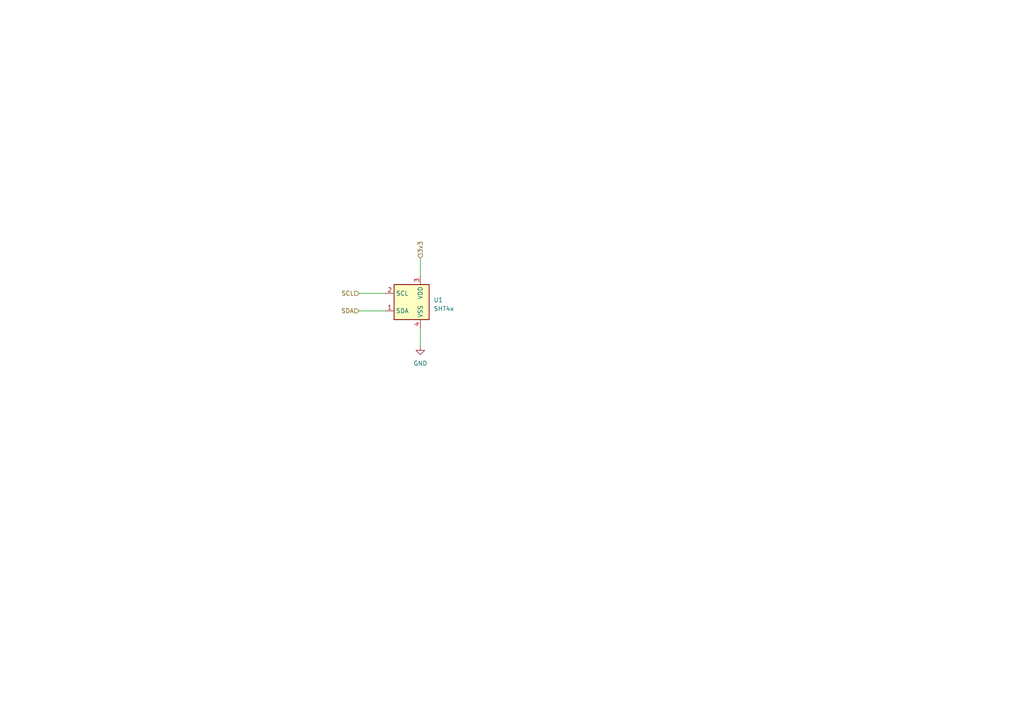
<source format=kicad_sch>
(kicad_sch (version 20230121) (generator eeschema)
  (paper "A4")
  (lib_symbols
    (symbol "Sensor_Humidity:SHT4x"
      (property "Reference" "U" (at 0 8.89 0))
      (property "Value" "SHT4x" (at 0 6.35 0))
      (symbol "SHT4x_1_1"
        (rectangle (start -5.08 5.08) (end 5.08 -5.08) (stroke (width 0.254)) (fill (type background)))
        (pin bidirectional line (at -7.62 -2.54 0) (length 2.54) (name "SDA") (number "1"))
        (pin input line (at -7.62 2.54 0) (length 2.54) (name "SCL") (number "2"))
        (pin power_in line (at 2.54 7.62 270) (length 2.54) (name "VDD") (number "3"))
        (pin power_in line (at 2.54 -7.62 90) (length 2.54) (name "VSS") (number "4"))
      )
    )
    (symbol "power:GND" (power) (pin_names (offset 0))
      (property "Value" "GND" (at 0 -3.81 0))
      (symbol "GND_0_1"
        (polyline (pts (xy 0 0) (xy 0 -1.27) (xy 1.27 -1.27) (xy 0 -2.54) (xy -1.27 -1.27) (xy 0 -1.27)))
      )
      (symbol "GND_1_1"
        (pin power_in line (at 0 0 270) (length 0) hide (name "GND") (number "1"))
      )
    )
  )
  (wire (pts (xy 121.92 95.25) (xy 121.92 100.33)))
  (wire (pts (xy 104.14 85.09) (xy 111.76 85.09)))
  (wire (pts (xy 104.14 90.17) (xy 111.76 90.17)))
  (wire (pts (xy 121.92 74.93) (xy 121.92 80.01)))
  (hierarchical_label "SDA" (shape input) (at 104.14 90.17 180))
  (hierarchical_label "SCL" (shape input) (at 104.14 85.09 180))
  (hierarchical_label "3v3" (shape input) (at 121.92 74.93 90))
  (symbol (lib_id "Sensor_Humidity:SHT4x") (at 119.38 87.63 0) (unit 1)
    (property "Reference" "U1" (at 125.73 86.995 0) (effects (justify left)))
    (property "Value" "SHT4x" (at 125.73 89.535 0) (effects (justify left)))
    (property "Footprint" "Sensor_Humidity:Sensirion_DFN-4_1.5x1.5mm_P0.8mm_SHT4x_NoCentralPad" (effects hide))
    (property "Datasheet" "https://sensirion.com/media/documents/33FD6951/624C4357/Datasheet_SHT4x.pdf" (effects hide))
  )
  (symbol (lib_id "power:GND") (at 121.92 100.33 0) (unit 1)
    (property "Reference" "#PWR01" (effects hide))
    (property "Value" "GND" (at 121.92 105.41 0))
  )
)
</source>
